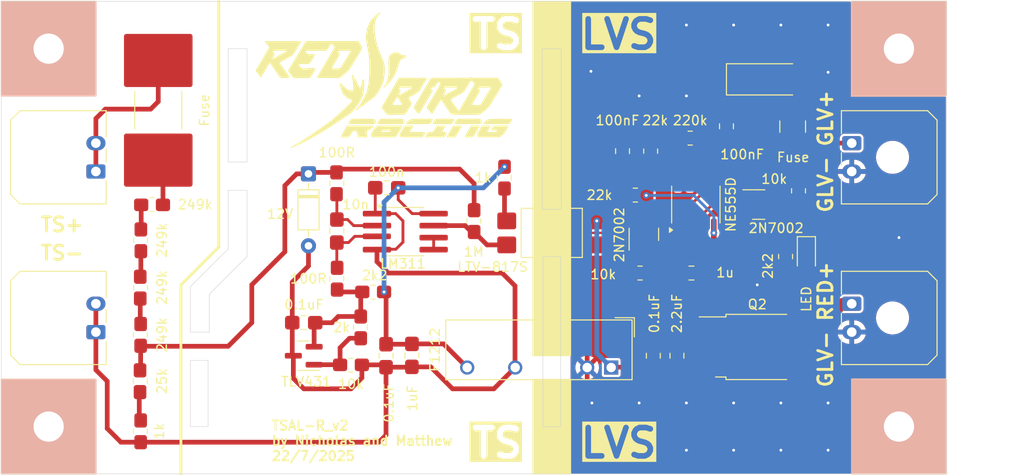
<source format=kicad_pcb>
(kicad_pcb (version 20241229) (generator "pcbnew") (generator_version "9.0")
  (layers (0 "F.Cu" signal) (2 "B.Cu" signal) (13 "F.Paste" user) (15 "B.Paste" user) (5 "F.SilkS" user "F.Silkscreen") (7 "B.SilkS" user "B.Silkscreen") (1 "F.Mask" user) (3 "B.Mask" user) (25 "Edge.Cuts" user))
  (net 0 "")
  (net 1 "GND")
  (net 2 "/Vref")
  (net 3 "Net-(LM1--)")
  (net 4 "Net-(LM1-+)")
  (net 5 "+12V")
  (net 6 "VCC")
  (net 7 "GLV-")
  (net 8 "Net-(U2-CV)")
  (net 9 "Net-(U2-THR)")
  (net 10 "/Vin")
  (net 11 "GLV+")
  (net 12 "Net-(D3-K)")
  (net 13 "/RED+")
  (net 14 "Net-(F1-Pad1)")
  (net 15 "Net-(J1-Pin_1)")
  (net 16 "Net-(LM1-Pad7)")
  (net 17 "Net-(LM1-BAL)")
  (net 18 "Net-(Q2-G)")
  (net 19 "Net-(U1-REF)")
  (net 20 "Net-(R3-Pad2)")
  (net 21 "Net-(R5-Pad2)")
  (net 22 "Net-(R6-Pad1)")
  (net 23 "Net-(R8-Pad1)")
  (net 24 "Net-(R13-Pad2)")
  (net 25 "Net-(U4-G)")
  (net 26 "Net-(U2-R)")
  (net 27 "Net-(U2-DIS)")
  (net 28 "Net-(U2-Q)")
  (net 29 "Net-(D2-A)")
  (footprint "Matthew:DCDC Converter F1212" (layer "F.Cu") (at 79.54 113.75 -90)
    (property "Reference" "U3" (hide yes))
    (property "Value" "F1212" (at -1.875 18.65 270) (layer "F.SilkS"))
    (pad "1" thru_hole rect (at 0 0 270) (size 1.5 1.5) (drill 1) (layers "*.Cu" "*.Mask") (net 6 "VCC"))
    (pad "2" thru_hole circle (at 0 2.54 270) (size 1.5 1.5) (drill 1) (layers "*.Cu" "*.Mask") (net 7 "GLV-"))
    (pad "4" thru_hole circle (at 0 10.16 270) (size 1.5 1.5) (drill 1) (layers "*.Cu" "*.Mask") (net 1 "GND"))
    (pad "6" thru_hole circle (at 0 15.24 270) (size 1.5 1.5) (drill 1) (layers "*.Cu" "*.Mask") (net 5 "+12V"))
  )
  (footprint "RMC_Capacitor:C_0805_2012Metric_Pad1.18x1.45mm_HandSolder_L" (layer "F.Cu") (at 55.7844 94.7231 180)
    (property "Reference" "C3" (hide yes))
    (property "Value" "100n" (at 0 1.68 0) (layer "F.SilkS"))
    (pad "1" smd roundrect (at -1.2156 -0.0069 180) (size 1.5312 1.4362) (layers "F.Cu" "F.Mask" "F.Paste") (roundrect_rratio 0.212766) (net 5 "+12V"))
    (pad "2" smd roundrect (at 1.2156 0 180) (size 1.5312 1.45) (layers "F.Cu" "F.Mask" "F.Paste") (roundrect_rratio 0.212766) (net 1 "GND"))
  )
  (footprint "Connector_Molex:Molex_Micro-Fit_3.0_43650-0200_1x02_P3.00mm_Horizontal" (layer "F.Cu") (at 25 110 90)
    (property "Reference" "J2" (hide yes))
    (property "Value" "Conn_01x02_Pin" (hide yes))
    (pad "" np_thru_hole circle (at 1.5 -4.32 90) (size 3 3) (drill 3) (layers "*.Cu" "*.Mask"))
    (pad "1" thru_hole roundrect (at 0 0 90) (size 1.5 2.02) (drill 1.02) (layers "*.Cu" "*.Mask") (roundrect_rratio 0.166667) (net 1 "GND"))
    (pad "2" thru_hole oval (at 3 0 90) (size 1.5 2.02) (drill 1.02) (layers "*.Cu" "*.Mask") (net 1 "GND"))
  )
  (footprint "MountingHole:MountingHole_3.2mm_M3" (layer "F.Cu") (at 110 120)
    (property "Reference" "H2" (hide yes))
    (property "Value" "MountingHole" (at 0 4.15 0) (layer "F.SilkS"))
    (pad "" np_thru_hole circle (at 0 0) (size 3.2 3.2) (drill 3.2) (layers "*.Cu" "*.Mask"))
  )
  (footprint "RMC_Resistor:R_0805_2012Metric_Pad1.20x1.40mm_HandSolder_L" (layer "F.Cu") (at 29.707103 120.5 -90)
    (property "Reference" "R9" (hide yes))
    (property "Value" "1k" (at 0 -1.9875 90) (layer "F.SilkS"))
    (pad "1" smd roundrect (at -1.1525 -0.0325 270) (size 1.505 1.335) (layers "F.Cu" "F.Mask" "F.Paste") (roundrect_rratio 0.208333) (net 23 "Net-(R8-Pad1)"))
    (pad "2" smd roundrect (at 1.1525 -0.0325 270) (size 1.505 1.335) (layers "F.Cu" "F.Mask" "F.Paste") (roundrect_rratio 0.208333) (net 1 "GND"))
  )
  (footprint "RMC_Resistor:R_0805_2012Metric_Pad1.20x1.40mm_HandSolder_L" (layer "F.Cu") (at 50.5 104.3475 -90)
    (property "Reference" "R11" (hide yes))
    (property "Value" "100R" (at 0 3 180) (layer "F.SilkS"))
    (pad "1" smd roundrect (at -1.1525 -0.0325 270) (size 1.505 1.335) (layers "F.Cu" "F.Mask" "F.Paste") (roundrect_rratio 0.208333) (net 3 "Net-(LM1--)"))
    (pad "2" smd roundrect (at 1.1525 -0.0325 270) (size 1.505 1.335) (layers "F.Cu" "F.Mask" "F.Paste") (roundrect_rratio 0.208333) (net 2 "/Vref"))
  )
  (footprint "RMC_Resistor:R_0805_2012Metric_Pad1.20x1.40mm_HandSolder_L" (layer "F.Cu") (at 83.7175 90.8475 -90)
    (property "Reference" "R16" (hide yes))
    (property "Value" "22k" (at -3.2475 -0.4825 0) (layer "F.SilkS"))
    (pad "1" smd roundrect (at -1.1525 -0.0325 270) (size 1.505 1.335) (layers "F.Cu" "F.Mask" "F.Paste") (roundrect_rratio 0.208333) (net 27 "Net-(U2-DIS)"))
    (pad "2" smd roundrect (at 1.1525 -0.0325 270) (size 1.505 1.335) (layers "F.Cu" "F.Mask" "F.Paste") (roundrect_rratio 0.208333) (net 6 "VCC"))
  )
  (footprint "Connector_Molex:Molex_Micro-Fit_3.0_43650-0200_1x02_P3.00mm_Horizontal" (layer "F.Cu") (at 105 90 -90)
    (property "Reference" "J3" (hide yes))
    (property "Value" "Conn_01x02_Pin" (hide yes))
    (pad "" np_thru_hole circle (at 1.5 -4.32 270) (size 3 3) (drill 3) (layers "*.Cu" "*.Mask"))
    (pad "1" thru_hole roundrect (at 0 0 270) (size 1.5 2.02) (drill 1.02) (layers "*.Cu" "*.Mask") (roundrect_rratio 0.166667) (net 11 "GLV+"))
    (pad "2" thru_hole oval (at 3 0 270) (size 1.5 2.02) (drill 1.02) (layers "*.Cu" "*.Mask") (net 7 "GLV-"))
  )
  (footprint "RMC_SO:SOIC-8_3.9x4.9mm_P1.27mm_RMC_Handsolder" (layer "F.Cu") (at 88.5 96.5 90)
    (property "Reference" "U2" (hide yes))
    (property "Value" "NE555D" (at 0 3.7 90) (layer "F.SilkS"))
    (pad "1" smd roundrect (at -3 -1.905 90) (size 3 0.6) (layers "F.Cu" "F.Mask" "F.Paste") (net 7 "GLV-"))
    (pad "2" smd roundrect (at -3 -0.635 90) (size 3 0.6) (layers "F.Cu" "F.Mask" "F.Paste") (net 9 "Net-(U2-THR)"))
    (pad "3" smd roundrect (at -3.0125 0.5 90) (size 2.975 0.6) (layers "F.Cu" "F.Mask" "F.Paste") (net 28 "Net-(U2-Q)"))
    (pad "4" smd roundrect (at -3 1.905 90) (size 3 0.6) (layers "F.Cu" "F.Mask" "F.Paste") (net 26 "Net-(U2-R)"))
    (pad "5" smd roundrect (at 3 1.905 90) (size 3 0.6) (layers "F.Cu" "F.Mask" "F.Paste") (net 8 "Net-(U2-CV)"))
    (pad "6" smd roundrect (at 3 0.635 90) (size 3 0.6) (layers "F.Cu" "F.Mask" "F.Paste") (net 9 "Net-(U2-THR)"))
    (pad "7" smd roundrect (at 3 -0.635 90) (size 3 0.6) (layers "F.Cu" "F.Mask" "F.Paste") (net 27 "Net-(U2-DIS)"))
    (pad "8" smd roundrect (at 3 -1.905 90) (size 3 0.6) (layers "F.Cu" "F.Mask" "F.Paste") (net 6 "VCC"))
  )
  (footprint "RMC_Capacitor:C_0805_2012Metric_Pad1.18x1.45mm_HandSolder_L" (layer "F.Cu") (at 55.7156 112.5 90)
    (property "Reference" "C9" (hide yes))
    (property "Value" "0.1uF" (at -5 0.2844 90) (layer "F.SilkS"))
    (pad "1" smd roundrect (at -1.2156 -0.0069 90) (size 1.5312 1.4362) (layers "F.Cu" "F.Mask" "F.Paste") (roundrect_rratio 0.212766) (net 1 "GND"))
    (pad "2" smd roundrect (at 1.2156 0 90) (size 1.5312 1.45) (layers "F.Cu" "F.Mask" "F.Paste") (roundrect_rratio 0.212766) (net 5 "+12V"))
  )
  (footprint "Fuse:Fuse_Littelfuse-NANO2-885" (layer "F.Cu") (at 31.6 86.525 90)
    (property "Reference" "F1" (hide yes))
    (property "Value" "Fuse" (at 0 4.9 90) (layer "F.SilkS"))
    (pad "1" smd roundrect (at -5.275 0 90) (size 5.625 7.255) (layers "F.Cu" "F.Mask" "F.Paste") (roundrect_rratio 0.04464285714) (net 14 "Net-(F1-Pad1)"))
    (pad "2" smd roundrect (at 5.275 0 90) (size 5.625 7.255) (layers "F.Cu" "F.Mask" "F.Paste") (roundrect_rratio 0.04464285714) (net 15 "Net-(J1-Pin_1)"))
  )
  (footprint "Connector_Molex:Molex_Micro-Fit_3.0_43650-0200_1x02_P3.00mm_Horizontal" (layer "F.Cu") (at 25 93 90)
    (property "Reference" "J1" (hide yes))
    (property "Value" "Conn_01x02_Pin" (hide yes))
    (pad "" np_thru_hole circle (at 1.5 -4.32 90) (size 3 3) (drill 3) (layers "*.Cu" "*.Mask"))
    (pad "1" thru_hole roundrect (at 0 0 90) (size 1.5 2.02) (drill 1.02) (layers "*.Cu" "*.Mask") (roundrect_rratio 0.166667) (net 15 "Net-(J1-Pin_1)"))
    (pad "2" thru_hole oval (at 3 0 90) (size 1.5 2.02) (drill 1.02) (layers "*.Cu" "*.Mask") (net 15 "Net-(J1-Pin_1)"))
  )
  (footprint "RMC_Capacitor:C_0805_2012Metric_Pad1.18x1.45mm_HandSolder_L" (layer "F.Cu") (at 58.4515 112.4656 90)
    (property "Reference" "C4" (hide yes))
    (property "Value" "1uF" (at -4.5344 0.0485 90) (layer "F.SilkS"))
    (pad "1" smd roundrect (at -1.2156 -0.0069 90) (size 1.5312 1.4362) (layers "F.Cu" "F.Mask" "F.Paste") (roundrect_rratio 0.212766) (net 1 "GND"))
    (pad "2" smd roundrect (at 1.2156 0 90) (size 1.5312 1.45) (layers "F.Cu" "F.Mask" "F.Paste") (roundrect_rratio 0.212766) (net 5 "+12V"))
  )
  (footprint "RMC_Capacitor:C_0805_2012Metric_Pad1.18x1.45mm_HandSolder_L" (layer "F.Cu") (at 88.0344 103.75)
    (property "Reference" "C8" (hide yes))
    (property "Value" "1u" (at 3.5656 -0.05 0) (layer "F.SilkS"))
    (pad "1" smd roundrect (at -1.2156 -0.0069) (size 1.5312 1.4362) (layers "F.Cu" "F.Mask" "F.Paste") (roundrect_rratio 0.212766) (net 7 "GLV-"))
    (pad "2" smd roundrect (at 1.2156 0) (size 1.5312 1.45) (layers "F.Cu" "F.Mask" "F.Paste") (roundrect_rratio 0.212766) (net 9 "Net-(U2-THR)"))
  )
  (footprint "RMC_Capacitor:C_0805_2012Metric_Pad1.18x1.45mm_HandSolder_L" (layer "F.Cu") (at 86.5 112.5 -90)
    (property "Reference" "C5" (hide yes))
    (property "Value" "2.2uF" (at -4.4656 0 270) (layer "F.SilkS"))
    (pad "1" smd roundrect (at -1.2156 -0.0069 270) (size 1.5312 1.4362) (layers "F.Cu" "F.Mask" "F.Paste") (roundrect_rratio 0.212766) (net 7 "GLV-"))
    (pad "2" smd roundrect (at 1.2156 0 270) (size 1.5312 1.45) (layers "F.Cu" "F.Mask" "F.Paste") (roundrect_rratio 0.212766) (net 6 "VCC"))
  )
  (footprint "MountingHole:MountingHole_3.2mm_M3" (layer "F.Cu") (at 20 80)
    (property "Reference" "H3" (hide yes))
    (property "Value" "MountingHole" (at 0 4.15 0) (layer "F.SilkS"))
    (pad "" np_thru_hole circle (at 0 0) (size 3.2 3.2) (drill 3.2) (layers "*.Cu" "*.Mask"))
  )
  (footprint "RMC_SO:SOIC-8_3.9x4.9mm_P1.27mm_RMC_Handsolder" (layer "F.Cu") (at 57.75 99.365)
    (property "Reference" "LM1" (hide yes))
    (property "Value" "LM311" (at -0.25 3.4 0) (layer "F.SilkS"))
    (pad "1" smd roundrect (at -3 -1.905) (size 3 0.6) (layers "F.Cu" "F.Mask" "F.Paste") (net 1 "GND"))
    (pad "2" smd roundrect (at -3 -0.635) (size 3 0.6) (layers "F.Cu" "F.Mask" "F.Paste") (net 4 "Net-(LM1-+)"))
    (pad "3" smd roundrect (at -3.0125 0.5) (size 2.975 0.6) (layers "F.Cu" "F.Mask" "F.Paste") (net 3 "Net-(LM1--)"))
    (pad "4" smd roundrect (at -3 1.905) (size 3 0.6) (layers "F.Cu" "F.Mask" "F.Paste") (net 1 "GND"))
    (pad "5" smd roundrect (at 3 1.905) (size 3 0.6) (layers "F.Cu" "F.Mask" "F.Paste") (net 17 "Net-(LM1-BAL)"))
    (pad "6" smd roundrect (at 3 0.635) (size 3 0.6) (layers "F.Cu" "F.Mask" "F.Paste") (net 17 "Net-(LM1-BAL)"))
    (pad "7" smd roundrect (at 3 -0.635) (size 3 0.6) (layers "F.Cu" "F.Mask" "F.Paste") (net 16 "Net-(LM1-Pad7)"))
    (pad "8" smd roundrect (at 3 -1.905) (size 3 0.6) (layers "F.Cu" "F.Mask" "F.Paste") (net 5 "+12V"))
  )
  (footprint "RMC_Capacitor:C_0805_2012Metric_Pad1.18x1.45mm_HandSolder_L" (layer "F.Cu") (at 50.5 99.3044 -90)
    (property "Reference" "C2" (hide yes))
    (property "Value" "10n" (at -2.8044 -2 180) (layer "F.SilkS"))
    (pad "1" smd roundrect (at -1.2156 -0.0069 270) (size 1.5312 1.4362) (layers "F.Cu" "F.Mask" "F.Paste") (roundrect_rratio 0.212766) (net 4 "Net-(LM1-+)"))
    (pad "2" smd roundrect (at 1.2156 0 270) (size 1.5312 1.45) (layers "F.Cu" "F.Mask" "F.Paste") (roundrect_rratio 0.212766) (net 3 "Net-(LM1--)"))
  )
  (footprint "MountingHole:MountingHole_3.2mm_M3" (layer "F.Cu") (at 110 80)
    (property "Reference" "H1" (hide yes))
    (property "Value" "MountingHole" (at 0 4.15 0) (layer "F.SilkS"))
    (pad "" np_thru_hole circle (at 0 0) (size 3.2 3.2) (drill 3.2) (layers "*.Cu" "*.Mask"))
  )
  (footprint "Fuse:Fuse_1210_3225Metric_Pad1.42x2.65mm_HandSolder" (layer "F.Cu") (at 98.75 88.25 90)
    (property "Reference" "F2" (hide yes))
    (property "Value" "Fuse" (at -3.25 0.05 180) (layer "F.SilkS"))
    (pad "1" smd roundrect (at -1.4875 0 90) (size 1.425 2.65) (layers "F.Cu" "F.Mask" "F.Paste") (roundrect_rratio 0.175439) (net 11 "GLV+"))
    (pad "2" smd roundrect (at 1.4875 0 90) (size 1.425 2.65) (layers "F.Cu" "F.Mask" "F.Paste") (roundrect_rratio 0.175439) (net 29 "Net-(D2-A)"))
  )
  (footprint "RMC_Capacitor:C_0805_2012Metric_Pad1.18x1.45mm_HandSolder_L" (layer "F.Cu") (at 80.7431 90.8475 -90)
    (property "Reference" "C6" (hide yes))
    (property "Value" "100nF" (at -3.2475 0.5431 180) (layer "F.SilkS"))
    (pad "1" smd roundrect (at -1.2156 -0.0069 270) (size 1.5312 1.4362) (layers "F.Cu" "F.Mask" "F.Paste") (roundrect_rratio 0.212766) (net 7 "GLV-"))
    (pad "2" smd roundrect (at 1.2156 0 270) (size 1.5312 1.45) (layers "F.Cu" "F.Mask" "F.Paste") (roundrect_rratio 0.212766) (net 6 "VCC"))
  )
  (footprint "RMC_Capacitor:C_0805_2012Metric_Pad1.18x1.45mm_HandSolder_L" (layer "F.Cu") (at 47 109 180)
    (property "Reference" "C1" (hide yes))
    (property "Value" "0.1uF" (at -0.0206 1.9072 0) (layer "F.SilkS"))
    (pad "1" smd roundrect (at -1.2156 -0.0069 180) (size 1.5312 1.4362) (layers "F.Cu" "F.Mask" "F.Paste") (roundrect_rratio 0.212766) (net 2 "/Vref"))
    (pad "2" smd roundrect (at 1.2156 0 180) (size 1.5312 1.45) (layers "F.Cu" "F.Mask" "F.Paste") (roundrect_rratio 0.212766) (net 1 "GND"))
  )
  (footprint "RMC_SOT:SOT-23" (layer "F.Cu") (at 47 112.5 180)
    (property "Reference" "U1" (hide yes))
    (property "Value" "TLV431" (at -0.2641 -2.75 0) (layer "F.SilkS"))
    (pad "1" smd roundrect (at -1.1 -0.95 180) (size 1.8 0.6) (layers "F.Cu" "F.Mask" "F.Paste") (net 19 "Net-(U1-REF)"))
    (pad "2" smd roundrect (at -1.1 0.95 180) (size 1.8 0.6) (layers "F.Cu" "F.Mask" "F.Paste") (net 2 "/Vref"))
    (pad "3" smd roundrect (at 1.1 0 180) (size 1.8 0.6) (layers "F.Cu" "F.Mask" "F.Paste") (net 1 "GND"))
  )
  (footprint "RMC_Resistor:R_0805_2012Metric_Pad1.20x1.40mm_HandSolder_L" (layer "F.Cu") (at 53 109.5 -90)
    (property "Reference" "R1" (hide yes))
    (property "Value" "2k" (at 0 2 0) (layer "F.SilkS"))
    (pad "1" smd roundrect (at -1.1525 -0.0325 270) (size 1.505 1.335) (layers "F.Cu" "F.Mask" "F.Paste") (roundrect_rratio 0.208333) (net 2 "/Vref"))
    (pad "2" smd roundrect (at 1.1525 -0.0325 270) (size 1.505 1.335) (layers "F.Cu" "F.Mask" "F.Paste") (roundrect_rratio 0.208333) (net 19 "Net-(U1-REF)"))
  )
  (footprint "RMC_Resistor:R_0805_2012Metric_Pad1.20x1.40mm_HandSolder_L" (layer "F.Cu") (at 65 98.25 -90)
    (property "Reference" "R12" (hide yes))
    (property "Value" "1M" (at 3.25 0 0) (layer "F.SilkS"))
    (pad "1" smd roundrect (at -1.1525 -0.0325 270) (size 1.505 1.335) (layers "F.Cu" "F.Mask" "F.Paste") (roundrect_rratio 0.208333) (net 10 "/Vin"))
    (pad "2" smd roundrect (at 1.1525 -0.0325 270) (size 1.505 1.335) (layers "F.Cu" "F.Mask" "F.Paste") (roundrect_rratio 0.208333) (net 16 "Net-(LM1-Pad7)"))
  )
  (footprint "RMC_Resistor:R_0805_2012Metric_Pad1.20x1.40mm_HandSolder_L" (layer "F.Cu") (at 29.7275 100.285 -90)
    (property "Reference" "R5" (hide yes))
    (property "Value" "249k" (at 0 -2.2725 90) (layer "F.SilkS"))
    (pad "1" smd roundrect (at -1.1525 -0.0325 270) (size 1.505 1.335) (layers "F.Cu" "F.Mask" "F.Paste") (roundrect_rratio 0.208333) (net 20 "Net-(R3-Pad2)"))
    (pad "2" smd roundrect (at 1.1525 -0.0325 270) (size 1.505 1.335) (layers "F.Cu" "F.Mask" "F.Paste") (roundrect_rratio 0.208333) (net 21 "Net-(R5-Pad2)"))
  )
  (footprint "RMC_Resistor:R_0805_2012Metric_Pad1.20x1.40mm_HandSolder_L" (layer "F.Cu") (at 50.5 94.25 90)
    (property "Reference" "R10" (hide yes))
    (property "Value" "100R" (at 3.25 0 180) (layer "F.SilkS"))
    (pad "1" smd roundrect (at -1.1525 -0.0325 90) (size 1.505 1.335) (layers "F.Cu" "F.Mask" "F.Paste") (roundrect_rratio 0.208333) (net 4 "Net-(LM1-+)"))
    (pad "2" smd roundrect (at 1.1525 -0.0325 90) (size 1.505 1.335) (layers "F.Cu" "F.Mask" "F.Paste") (roundrect_rratio 0.208333) (net 10 "/Vin"))
  )
  (footprint "Diode_THT:D_DO-35_SOD27_P7.62mm_Horizontal" (layer "F.Cu") (at 47.5 93.25 -90)
    (property "Reference" "D1" (hide yes))
    (property "Value" "12V" (at 4.25 3 180) (layer "F.SilkS"))
    (pad "1" thru_hole roundrect (at 0 0 270) (size 1.6 1.6) (drill 0.8) (layers "*.Cu" "*.Mask") (roundrect_rratio 0.15625) (net 10 "/Vin"))
    (pad "2" thru_hole circle (at 7.62 0 270) (size 1.6 1.6) (drill 0.8) (layers "*.Cu" "*.Mask") (net 1 "GND"))
  )
  (footprint "RMC_Resistor:R_0805_2012Metric_Pad1.20x1.40mm_HandSolder_L" (layer "F.Cu") (at 54.3475 105.7825)
    (property "Reference" "R4" (hide yes))
    (property "Value" "2k2" (at 0.1525 -1.7825 0) (layer "F.SilkS"))
    (pad "1" smd roundrect (at -1.1525 -0.0325) (size 1.505 1.335) (layers "F.Cu" "F.Mask" "F.Paste") (roundrect_rratio 0.208333) (net 2 "/Vref"))
    (pad "2" smd roundrect (at 1.1525 -0.0325) (size 1.505 1.335) (layers "F.Cu" "F.Mask" "F.Paste") (roundrect_rratio 0.208333) (net 5 "+12V"))
  )
  (footprint "MountingHole:MountingHole_3.2mm_M3" (layer "F.Cu") (at 20 120)
    (property "Reference" "H4" (hide yes))
    (property "Value" "MountingHole" (at 0 4.15 0) (layer "F.SilkS"))
    (pad "" np_thru_hole circle (at 0 0) (size 3.2 3.2) (drill 3.2) (layers "*.Cu" "*.Mask"))
  )
  (footprint "RMC_SOT:SOT-23" (layer "F.Cu") (at 95.15 96.5)
    (property "Reference" "U5" (hide yes))
    (property "Value" "2N7002" (at 1.85 2.5 0) (layer "F.SilkS"))
    (pad "1" smd roundrect (at -1.1 -0.95) (size 1.8 0.6) (layers "F.Cu" "F.Mask" "F.Paste") (net 28 "Net-(U2-Q)"))
    (pad "2" smd roundrect (at -1.1 0.95) (size 1.8 0.6) (layers "F.Cu" "F.Mask" "F.Paste") (net 7 "GLV-"))
    (pad "3" smd roundrect (at 1.1 0) (size 1.8 0.6) (layers "F.Cu" "F.Mask" "F.Paste") (net 18 "Net-(Q2-G)"))
  )
  (footprint "RMC_Resistor:R_0805_2012Metric_Pad1.20x1.40mm_HandSolder_L" (layer "F.Cu") (at 98 102 -90)
    (property "Reference" "R19" (hide yes))
    (property "Value" "2k2" (at 1 1.8675 90) (layer "F.SilkS"))
    (pad "1" smd roundrect (at -1.1525 -0.0325 270) (size 1.505 1.335) (layers "F.Cu" "F.Mask" "F.Paste") (roundrect_rratio 0.208333) (net 12 "Net-(D3-K)"))
    (pad "2" smd roundrect (at 1.1525 -0.0325 270) (size 1.505 1.335) (layers "F.Cu" "F.Mask" "F.Paste") (roundrect_rratio 0.208333) (net 7 "GLV-"))
  )
  (footprint "RMC_Resistor:R_0805_2012Metric_Pad1.20x1.40mm_HandSolder_L" (layer "F.Cu") (at 82.0975 95.5 180)
    (property "Reference" "R15" (hide yes))
    (property "Value" "22k" (at 3.7975 0 0) (layer "F.SilkS"))
    (pad "1" smd roundrect (at -1.1525 -0.0325 180) (size 1.505 1.335) (layers "F.Cu" "F.Mask" "F.Paste") (roundrect_rratio 0.208333) (net 26 "Net-(U2-R)"))
    (pad "2" smd roundrect (at 1.1525 -0.0325 180) (size 1.505 1.335) (layers "F.Cu" "F.Mask" "F.Paste") (roundrect_rratio 0.208333) (net 6 "VCC"))
  )
  (footprint "RMC_TO:TO-252-2" (layer "F.Cu") (at 95 111.5725)
    (property "Reference" "Q2" (at 0 -4.5 0) (layer "F.SilkS"))
    (property "Value" "NCE60P04R")
    (pad "1" smd roundrect (at -5.42 -2.28) (size 2.96 1.2) (layers "F.Cu" "F.Mask" "F.Paste") (roundrect_rratio 0.208333) (net 18 "Net-(Q2-G)"))
    (pad "2" smd roundrect (at 2.28 0) (size 10.44 5.8) (layers "F.Cu" "F.Mask") (roundrect_rratio 0) (chamfer_ratio 0.2) (chamfer top_right bottom_right) (net 13 "/RED+"))
    (pad "3" smd roundrect (at -5.42 2.28) (size 2.96 1.2) (layers "F.Cu" "F.Mask" "F.Paste") (roundrect_rratio 0.208333) (net 6 "VCC"))
  )
  (footprint "Material:29x15" (layer "F.Cu") (at 55.75 83.25)
    (property "Reference" "G***" (hide yes))
    (property "Value" "LOGO" (hide yes))
  )
  (footprint "Diode_SMD:D_SMA_Handsoldering" (layer "F.Cu") (at 96.25 83.25)
    (property "Reference" "D2" (hide yes))
    (property "Value" "D" (hide yes))
    (pad "1" smd roundrect (at -2.5 0) (size 3.5 1.8) (layers "F.Cu" "F.Mask" "F.Paste") (roundrect_rratio 0.1388888889) (net 6 "VCC"))
    (pad "2" smd roundrect (at 2.5 0) (size 3.5 1.8) (layers "F.Cu" "F.Mask" "F.Paste") (roundrect_rratio 0.1388888889) (net 29 "Net-(D2-A)"))
  )
  (footprint "RMC_Resistor:R_0805_2012Metric_Pad1.20x1.40mm_HandSolder_L" (layer "F.Cu") (at 87.9025 89.4675 180)
    (property "Reference" "R17" (hide yes))
    (property "Value" "220k" (at 0.0025 1.8675 0) (layer "F.SilkS"))
    (pad "1" smd roundrect (at -1.1525 -0.0325 180) (size 1.505 1.335) (layers "F.Cu" "F.Mask" "F.Paste") (roundrect_rratio 0.208333) (net 9 "Net-(U2-THR)"))
    (pad "2" smd roundrect (at 1.1525 -0.0325 180) (size 1.505 1.335) (layers "F.Cu" "F.Mask" "F.Paste") (roundrect_rratio 0.208333) (net 27 "Net-(U2-DIS)"))
  )
  (footprint "RMC_Resistor:R_0805_2012Metric_Pad1.20x1.40mm_HandSolder_L" (layer "F.Cu") (at 29.7275 105.295 90)
    (property "Reference" "R6" (hide yes))
    (property "Value" "249k" (at 0 2.2725 90) (layer "F.SilkS"))
    (pad "1" smd roundrect (at -1.1525 -0.0325 90) (size 1.505 1.335) (layers "F.Cu" "F.Mask" "F.Paste") (roundrect_rratio 0.208333) (net 22 "Net-(R6-Pad1)"))
    (pad "2" smd roundrect (at 1.1525 -0.0325 90) (size 1.505 1.335) (layers "F.Cu" "F.Mask" "F.Paste") (roundrect_rratio 0.208333) (net 21 "Net-(R5-Pad2)"))
  )
  (footprint "RMC_Resistor:R_0805_2012Metric_Pad1.20x1.40mm_HandSolder_L" (layer "F.Cu") (at 29.705 110.295 -90)
    (property "Reference" "R7" (hide yes))
    (property "Value" "249k" (at 0 -2.295 90) (layer "F.SilkS"))
    (pad "1" smd roundrect (at -1.1525 -0.0325 270) (size 1.505 1.335) (layers "F.Cu" "F.Mask" "F.Paste") (roundrect_rratio 0.208333) (net 22 "Net-(R6-Pad1)"))
    (pad "2" smd roundrect (at 1.1525 -0.0325 270) (size 1.505 1.335) (layers "F.Cu" "F.Mask" "F.Paste") (roundrect_rratio 0.208333) (net 10 "/Vin"))
  )
  (footprint "RMC_SOT:SOT-23" (layer "F.Cu") (at 83 99.65 90)
    (property "Reference" "U4" (hide yes))
    (property "Value" "2N7002" (at -0.05 -2.6 90) (layer "F.SilkS"))
    (pad "1" smd roundrect (at -1.1 -0.95 90) (size 1.8 0.6) (layers "F.Cu" "F.Mask" "F.Paste") (net 25 "Net-(U4-G)"))
    (pad "2" smd roundrect (at -1.1 0.95 90) (size 1.8 0.6) (layers "F.Cu" "F.Mask" "F.Paste") (net 7 "GLV-"))
    (pad "3" smd roundrect (at 1.1 0 90) (size 1.8 0.6) (layers "F.Cu" "F.Mask" "F.Paste") (net 26 "Net-(U2-R)"))
  )
  (footprint "Package_DIP:SMDIP-4_W9.53mm" (layer "F.Cu") (at 73.25 99.5)
    (property "Reference" "U7" (hide yes))
    (property "Value" "LTV-817S" (at -6.25 3.6 0) (layer "F.SilkS"))
    (pad "1" smd roundrect (at -4.765 -1.27) (size 2 1.78) (layers "F.Cu" "F.Mask" "F.Paste") (roundrect_rratio 0.140449) (net 24 "Net-(R13-Pad2)"))
    (pad "2" smd roundrect (at -4.765 1.27) (size 2 1.78) (layers "F.Cu" "F.Mask" "F.Paste") (roundrect_rratio 0.140449) (net 16 "Net-(LM1-Pad7)"))
    (pad "3" smd roundrect (at 4.765 1.27) (size 2 1.78) (layers "F.Cu" "F.Mask" "F.Paste") (roundrect_rratio 0.140449) (net 25 "Net-(U4-G)"))
    (pad "4" smd roundrect (at 4.765 -1.27) (size 2 1.78) (layers "F.Cu" "F.Mask" "F.Paste") (roundrect_rratio 0.140449) (net 6 "VCC"))
  )
  (footprint "RMC_Resistor:R_0805_2012Metric_Pad1.20x1.40mm_HandSolder_L" (layer "F.Cu") (at 99.3675 95.0475 -90)
    (property "Reference" "R20" (hide yes))
    (property "Value" "10k" (at -1.2475 2.5675 180) (layer "F.SilkS"))
    (pad "1" smd roundrect (at -1.1525 -0.0325 270) (size 1.505 1.335) (layers "F.Cu" "F.Mask" "F.Paste") (roundrect_rratio 0.208333) (net 6 "VCC"))
    (pad "2" smd roundrect (at 1.1525 -0.0325 270) (size 1.505 1.335) (layers "F.Cu" "F.Mask" "F.Paste") (roundrect_rratio 0.208333) (net 18 "Net-(Q2-G)"))
  )
  (footprint "RMC_Resistor:R_0805_2012Metric_Pad1.20x1.40mm_HandSolder_L" (layer "F.Cu") (at 29.705 115.1975 90)
    (property "Reference" "R8" (hide yes))
    (property "Value" "25k" (at 0 2.295 90) (layer "F.SilkS"))
    (pad "1" smd roundrect (at -1.1525 -0.0325 90) (size 1.505 1.335) (layers "F.Cu" "F.Mask" "F.Paste") (roundrect_rratio 0.208333) (net 23 "Net-(R8-Pad1)"))
    (pad "2" smd roundrect (at 1.1525 -0.0325 90) (size 1.505 1.335) (layers "F.Cu" "F.Mask" "F.Paste") (roundrect_rratio 0.208333) (net 10 "/Vin"))
  )
  (footprint "RMC_Resistor:R_0805_2012Metric_Pad1.20x1.40mm_HandSolder_L" (layer "F.Cu") (at 68.2175 93.6525 -90)
    (property "Reference" "R13" (hide yes))
    (property "Value" "1k" (at 0 2.2175 0) (layer "F.SilkS"))
    (pad "1" smd roundrect (at -1.1525 -0.0325 270) (size 1.505 1.335) (layers "F.Cu" "F.Mask" "F.Paste") (roundrect_rratio 0.208333) (net 5 "+12V"))
    (pad "2" smd roundrect (at 1.1525 -0.0325 270) (size 1.505 1.335) (layers "F.Cu" "F.Mask" "F.Paste") (roundrect_rratio 0.208333) (net 24 "Net-(R13-Pad2)"))
  )
  (footprint "RMC_Resistor:R_0805_2012Metric_Pad1.20x1.40mm_HandSolder_L" (layer "F.Cu") (at 30.9475 96.5 180)
    (property "Reference" "R3" (hide yes))
    (property "Value" "249k" (at -4.5525 0 0) (layer "F.SilkS"))
    (pad "1" smd roundrect (at -1.1525 -0.0325 180) (size 1.505 1.335) (layers "F.Cu" "F.Mask" "F.Paste") (roundrect_rratio 0.208333) (net 14 "Net-(F1-Pad1)"))
    (pad "2" smd roundrect (at 1.1525 -0.0325 180) (size 1.505 1.335) (layers "F.Cu" "F.Mask" "F.Paste") (roundrect_rratio 0.208333) (net 20 "Net-(R3-Pad2)"))
  )
  (footprint "RMC_Capacitor:C_0805_2012Metric_Pad1.18x1.45mm_HandSolder_L" (layer "F.Cu") (at 91.7431 88.2156 -90)
    (property "Reference" "C7" (hide yes))
    (property "Value" "100nF" (at 2.9844 -1.6569 180) (layer "F.SilkS"))
    (pad "1" smd roundrect (at -1.2156 -0.0069 270) (size 1.5312 1.4362) (layers "F.Cu" "F.Mask" "F.Paste") (roundrect_rratio 0.212766) (net 7 "GLV-"))
    (pad "2" smd roundrect (at 1.2156 0 270) (size 1.5312 1.45) (layers "F.Cu" "F.Mask" "F.Paste") (roundrect_rratio 0.212766) (net 8 "Net-(U2-CV)"))
  )
  (footprint "RMC_Resistor:R_0805_2012Metric_Pad1.20x1.40mm_HandSolder_L" (layer "F.Cu") (at 82.5975 103.75)
    (property "Reference" "R14" (hide yes))
    (property "Value" "10k" (at -3.9 0.15 0) (layer "F.SilkS"))
    (pad "1" smd roundrect (at -1.1525 -0.0325) (size 1.505 1.335) (layers "F.Cu" "F.Mask" "F.Paste") (roundrect_rratio 0.208333) (net 25 "Net-(U4-G)"))
    (pad "2" smd roundrect (at 1.1525 -0.0325) (size 1.505 1.335) (layers "F.Cu" "F.Mask" "F.Paste") (roundrect_rratio 0.208333) (net 7 "GLV-"))
  )
  (footprint "RMC_LED:LED_0805_2012Metric_Pad1.45x1.40mm_HandSolder" (layer "F.Cu") (at 100.2 102 -90)
    (property "Reference" "D3" (hide yes))
    (property "Value" "LED" (at 4.5 0 90) (layer "F.SilkS"))
    (pad "1" smd roundrect (at -1.175 0 270) (size 1.45 1.4) (layers "F.Cu" "F.Mask" "F.Paste") (roundrect_rratio 0.2173913043) (net 12 "Net-(D3-K)"))
    (pad "2" smd roundrect (at 1.175 0 270) (size 1.45 1.4) (layers "F.Cu" "F.Mask" "F.Paste") (roundrect_rratio 0.2173913043) (net 13 "/RED+"))
  )
  (footprint "Connector_Molex:Molex_Micro-Fit_3.0_43650-0200_1x02_P3.00mm_Horizontal" (layer "F.Cu") (at 105 107 -90)
    (property "Reference" "J4" (hide yes))
    (property "Value" "Conn_01x02_Pin" (hide yes))
    (pad "" np_thru_hole circle (at 1.5 -4.32 270) (size 3 3) (drill 3) (layers "*.Cu" "*.Mask"))
    (pad "1" thru_hole roundrect (at 0 0 270) (size 1.5 2.02) (drill 1.02) (layers "*.Cu" "*.Mask") (roundrect_rratio 0.166667) (net 13 "/RED+"))
    (pad "2" thru_hole oval (at 3 0 270) (size 1.5 2.02) (drill 1.02) (layers "*.Cu" "*.Mask") (net 7 "GLV-"))
  )
  (footprint "RMC_Capacitor:C_0805_2012Metric_Pad1.18x1.45mm_HandSolder_L" (layer "F.Cu") (at 84 112.5 -90)
    (property "Reference" "C10" (hide yes))
    (property "Value" "0.1uF" (at -4.4656 -0.1 270) (layer "F.SilkS"))
    (pad "1" smd roundrect (at -1.2156 -0.0069 270) (size 1.5312 1.4362) (layers "F.Cu" "F.Mask" "F.Paste") (roundrect_rratio 0.212766) (net 7 "GLV-"))
    (pad "2" smd roundrect (at 1.2156 0 270) (size 1.5312 1.45) (layers "F.Cu" "F.Mask" "F.Paste") (roundrect_rratio 0.212766) (net 6 "VCC"))
  )
  (footprint "RMC_Resistor:R_0805_2012Metric_Pad1.20x1.40mm_HandSolder_L" (layer "F.Cu") (at 52 113.5)
    (property "Reference" "R2" (hide yes))
    (property "Value" "10k" (at 0 2 0) (layer "F.SilkS"))
    (pad "1" smd roundrect (at -1.1525 -0.0325) (size 1.505 1.335) (layers "F.Cu" "F.Mask" "F.Paste") (roundrect_rratio 0.208333) (net 19 "Net-(U1-REF)"))
    (pad "2" smd roundrect (at 1.1525 -0.0325) (size 1.505 1.335) (layers "F.Cu" "F.Mask" "F.Paste") (roundrect_rratio 0.208333) (net 1 "GND"))
  )
  (gr_rect (start 71.25 75) (end 75.25 112.5) (stroke (width 0.1)) (fill yes) (layer "F.SilkS"))
  (gr_line (start 38 101) (end 34 105) (stroke (width 0.3)) (layer "F.SilkS"))
  (gr_line (start 34 105) (end 34 125) (stroke (width 0.3)) (layer "F.SilkS"))
  (gr_line (start 38 75) (end 38 101) (stroke (width 0.3)) (layer "F.SilkS"))
  (gr_rect (start 15 115) (end 25 125) (stroke (width 0.12)) (fill yes) (layer "F.SilkS"))
  (gr_rect (start 15 75) (end 25 85) (stroke (width 0.12)) (fill yes) (layer "F.SilkS"))
  (gr_rect (start 105 115) (end 115 125) (stroke (width 0.12)) (fill yes) (layer "F.SilkS"))
  (gr_rect (start 105 75) (end 115 85) (stroke (width 0.12)) (fill yes) (layer "F.SilkS"))
  (gr_rect (start 71.25 115) (end 75.25 125) (stroke (width 0.1)) (fill yes) (layer "F.SilkS"))
  (gr_rect (start 105 75) (end 115 85) (stroke (width 0.12)) (fill yes) (layer "B.SilkS"))
  (gr_rect (start 15 115) (end 25 125) (stroke (width 0.12)) (fill yes) (layer "B.SilkS"))
  (gr_rect (start 105 115) (end 115 125) (stroke (width 0.12)) (fill yes) (layer "B.SilkS"))
  (gr_rect (start 15 75) (end 25 85) (stroke (width 0.12)) (fill yes) (layer "B.SilkS"))
  (gr_line (start 37 106) (end 41 102) (stroke (width 0.05)) (layer "Edge.Cuts"))
  (gr_rect (start 72.25 80) (end 74.25 97) (stroke (width 0.05)) (fill no) (layer "Edge.Cuts"))
  (gr_line (start 41 95) (end 39 95) (stroke (width 0.05)) (layer "Edge.Cuts"))
  (gr_line (start 35 110) (end 37 110) (stroke (width 0.05)) (layer "Edge.Cuts"))
  (gr_rect (start 35 113) (end 36.875 120) (stroke (width 0.05)) (fill no) (layer "Edge.Cuts"))
  (gr_line (start 41 102) (end 41 95) (stroke (width 0.05)) (layer "Edge.Cuts"))
  (gr_rect (start 39 80) (end 41 92) (stroke (width 0.05)) (fill no) (layer "Edge.Cuts"))
  (gr_rect (start 72.3125 102) (end 74.1875 120) (stroke (width 0.05)) (fill no) (layer "Edge.Cuts"))
  (gr_line (start 39 95) (end 39 101.2) (stroke (width 0.05)) (layer "Edge.Cuts"))
  (gr_line (start 39 101.2) (end 35 105.2) (stroke (width 0.05)) (layer "Edge.Cuts"))
  (gr_line (start 37 110) (end 37 106) (stroke (width 0.05)) (layer "Edge.Cuts"))
  (gr_rect (start 15 75) (end 115 125) (stroke (width 0.05)) (fill no) (layer "Edge.Cuts"))
  (gr_line (start 35 105.2) (end 35 110) (stroke (width 0.05)) (layer "Edge.Cuts"))
  (gr_text "TS" (at 64.5 123.5 0) (layer "F.SilkS" knockout) (effects (font (size 3 3) (thickness 0.6) (bold yes)) (justify left bottom)))
  (gr_text "GLV- RED+" (at 103.1 116 90) (layer "F.SilkS") (effects (font (size 1.5 1.5) (thickness 0.3) (bold yes)) (justify left bottom)))
  (gr_text "TS+" (at 19 99.5 0) (layer "F.SilkS") (effects (font (size 1.5 1.5) (thickness 0.3) (bold yes)) (justify left bottom)))
  (gr_text "LVS" (at 76 123.5 0) (layer "F.SilkS" knockout) (effects (font (size 3 3) (thickness 0.6) (bold yes)) (justify left bottom)))
  (gr_text "LVS" (at 76 80.25 0) (layer "F.SilkS" knockout) (effects (font (size 3 3) (thickness 0.6) (bold yes)) (justify left bottom)))
  (gr_text "GLV- GLV+" (at 103.1 97.5 90) (layer "F.SilkS") (effects (font (size 1.5 1.5) (thickness 0.3) (bold yes)) (justify left bottom)))
  (gr_text "TS-" (at 19 102.5 0) (layer "F.SilkS") (effects (font (size 1.5 1.5) (thickness 0.3) (bold yes)) (justify left bottom)))
  (gr_text "TSAL-R_v2\nby Nicholas and Matthew\n22/7/2025" (at 43.5 123.7 0) (layer "F.SilkS") (effects (font (size 1 1) (thickness 0.2) (bold yes)) (justify left bottom)))
  (gr_text "TS" (at 64.5 80.25 0) (layer "F.SilkS" knockout) (effects (font (size 3 3) (thickness 0.6) (bold yes)) (justify left bottom)))
  (segment (start 55.95 103.75) (end 68 103.75) (width 0.5) (layer "F.Cu") (net 1))
  (segment (start 69.36 113.73) (end 69.38 113.75) (width 0.5) (layer "F.Cu") (net 1))
  (segment (start 69.38 113.75) (end 67.13 116) (width 0.5) (layer "F.Cu") (net 1))
  (segment (start 57.5 100.48) (end 57.5 98.23) (width 0.3) (layer "F.Cu") (net 1))
  (segment (start 45.9 112.5) (end 45.9 114.9) (width 0.5) (layer "F.Cu") (net 1))
  (segment (start 26.2 120.2) (end 27.6525 121.6525) (width 0.5) (layer "F.Cu") (net 1))
  (segment (start 47.5 100.87) (end 47.5 103) (width 0.5) (layer "F.Cu") (net 1))
  (segment (start 55.7087 120.8913) (end 55.7087 113.7156) (width 0.5) (layer "F.Cu") (net 1))
  (segment (start 25 107) (end 25 110) (width 0.5) (layer "F.Cu") (net 1))
  (segment (start 55.4606 113.4675) (end 55.7087 113.7156) (width 0.5) (layer "F.Cu") (net 1))
  (segment (start 27.6525 121.6525) (end 29.739603 121.6525) (width 0.5) (layer "F.Cu") (net 1))
  (segment (start 56.75 101.23) (end 57.5 100.48) (width 0.3) (layer "F.Cu") (net 1))
  (segment (start 54.75 102.55) (end 55.95 103.75) (width 0.5) (layer "F.Cu") (net 1))
  (segment (start 58.4102 113.7156) (end 58.4446 113.6812) (width 0.5) (layer "F.Cu") (net 1))
  (segment (start 45.9 114.9) (end 47 116) (width 0.5) (layer "F.Cu") (net 1))
  (segment (start 54.5688 97.2788) (end 54.75 97.46) (width 0.3) (layer "F.Cu") (net 1))
  (segment (start 54.79 101.23) (end 56.75 101.23) (width 0.3) (layer "F.Cu") (net 1))
  (segment (start 47 116) (end 52 116) (width 0.5) (layer "F.Cu") (net 1))
  (segment (start 25 114) (end 26.2 115.2) (width 0.5) (layer "F.Cu") (net 1))
  (segment (start 68 103.75) (end 69.36 105.11) (width 0.5) (layer "F.Cu") (net 1))
  (segment (start 55.6743 113.75) (end 55.7087 113.7156) (width 0.5) (layer "F.Cu") (net 1))
  (segment (start 26.2 115.2) (end 26.2 120.2) (width 0.5) (layer "F.Cu") (net 1))
  (segment (start 55.7087 113.7156) (end 58.4102 113.7156) (width 0.5) (layer "F.Cu") (net 1))
  (segment (start 53.1525 114.8475) (end 53.1525 113.4675) (width 0.5) (layer "F.Cu") (net 1))
  (segment (start 60.4312 113.6812) (end 58.4446 113.6812) (width 0.5) (layer "F.Cu") (net 1))
  (segment (start 45.7844 112.3844) (end 45.9 112.5) (width 0.5) (layer "F.Cu") (net 1))
  (segment (start 62.75 116) (end 60.4312 113.6812) (width 0.5) (layer "F.Cu") (net 1))
  (segment (start 54.75 101.27) (end 54.79 101.23) (width 0.3) (layer "F.Cu") (net 1))
  (segment (start 52 116) (end 53.1525 114.8475) (width 0.5) (layer "F.Cu") (net 1))
  (segment (start 69.36 105.11) (end 69.36 113.73) (width 0.5) (layer "F.Cu") (net 1))
  (segment (start 53.1525 113.4675) (end 55.4606 113.4675) (width 0.5) (layer "F.Cu") (net 1))
  (segment (start 54.75 101.27) (end 54.75 102.55) (width 0.5) (layer "F.Cu") (net 1))
  (segment (start 57.5 98.23) (end 56.73 97.46) (width 0.3) (layer "F.Cu") (net 1))
  (segment (start 25 110) (end 25 114) (width 0.5) (layer "F.Cu") (net 1))
  (segment (start 54.5688 94.7231) (end 54.5688 97.2788) (width 0.3) (layer "F.Cu") (net 1))
  (segment (start 45.7844 109) (end 45.7844 112.3844) (width 0.5) (layer "F.Cu") (net 1))
  (segment (start 29.739603 121.6525) (end 54.9475 121.6525) (width 0.5) (layer "F.Cu") (net 1))
  (segment (start 54.9475 121.6525) (end 55.7087 120.8913) (width 0.5) (layer "F.Cu") (net 1))
  (segment (start 45.7844 109) (end 45.7844 104.7156) (width 0.5) (layer "F.Cu") (net 1))
  (segment (start 67.13 116) (end 62.75 116) (width 0.5) (layer "F.Cu") (net 1))
  (segment (start 56.73 97.46) (end 54.75 97.46) (width 0.3) (layer "F.Cu") (net 1))
  (segment (start 45.7844 104.7156) (end 47.5 103) (width 0.5) (layer "F.Cu") (net 1))
  (segment (start 48.2156 109.0069) (end 49.9931 109.0069) (width 0.5) (layer "F.Cu") (net 2))
  (segment (start 53.0325 108.3475) (end 50.6525 108.3475) (width 0.5) (layer "F.Cu") (net 2))
  (segment (start 48.1 111.55) (end 48.1 109.1225) (width 0.5) (layer "F.Cu") (net 2))
  (segment (start 53.195 105.75) (end 50.75 105.75) (width 0.5) (layer "F.Cu") (net 2))
  (segment (start 50.6525 108.3475) (end 49.9931 109.0069) (width 0.5) (layer "F.Cu") (net 2))
  (segment (start 53.0325 108.3475) (end 53.0325 105.9125) (width 0.5) (layer "F.Cu") (net 2))
  (segment (start 53.0325 105.9125) (end 53.195 105.75) (width 0.5) (layer "F.Cu") (net 2))
  (segment (start 50.75 105.75) (end 50.5 105.5) (width 0.3) (layer "F.Cu") (net 2))
  (segment (start 48.1 109.1225) (end 48.2156 109.0069) (width 0.5) (layer "F.Cu") (net 2))
  (segment (start 52.3994 99.865) (end 51.7444 100.52) (width 0.3) (layer "F.Cu") (net 3))
  (segment (start 54.7375 99.865) (end 52.3994 99.865) (width 0.3) (layer "F.Cu") (net 3))
  (segment (start 51.7444 100.52) (end 50.5 100.52) (width 0.3) (layer "F.Cu") (net 3))
  (segment (start 50.5 103.195) (end 50.5 100.52) (width 0.3) (layer "F.Cu") (net 3))
  (segment (start 52.2844 98.73) (end 54.75 98.73) (width 0.3) (layer "F.Cu") (net 4))
  (segment (start 50.5069 98.0888) (end 50.5069 95.4419) (width 0.3) (layer "F.Cu") (net 4))
  (segment (start 50.5069 98.0888) (end 51.6432 98.0888) (width 0.3) (layer "F.Cu") (net 4))
  (segment (start 51.6432 98.0888) (end 52.2844 98.73) (width 0.3) (layer "F.Cu") (net 4))
  (segment (start 50.5069 95.4419) (end 50.4675 95.4025) (width 0.3) (layer "F.Cu") (net 4))
  (segment (start 61.8 111.25) (end 64.3 113.75) (width 0.5) (layer "F.Cu") (net 5))
  (segment (start 58.4171 111.2844) (end 58.4515 111.25) (width 0.5) (layer "F.Cu") (net 5))
  (segment (start 55.7156 105.9656) (end 55.5 105.75) (width 0.5) (layer "F.Cu") (net 5))
  (segment (start 57 95.98) (end 57 94.73) (width 0.3) (layer "F.Cu") (net 5))
  (segment (start 55.7156 111.2844) (end 58.4171 111.2844) (width 0.5) (layer "F.Cu") (net 5))
  (segment (start 55.7156 111.2844) (end 55.7156 105.9656) (width 0.5) (layer "F.Cu") (net 5))
  (segment (start 58.4515 111.25) (end 61.8 111.25) (width 0.5) (layer "F.Cu") (net 5))
  (segment (start 58.48 97.46) (end 57 95.98) (width 0.3) (layer "F.Cu") (net 5))
  (segment (start 60.75 97.46) (end 58.48 97.46) (width 0.3) (layer "F.Cu") (net 5))
  (via (at 57 94.73) (size 0.7) (drill 0.3) (layers "F.Cu" "B.Cu") (net 5))
  (via (at 68.25 92.5) (size 0.7) (drill 0.3) (layers "F.Cu" "B.Cu") (net 5))
  (via (at 55.5 105.75) (size 0.7) (drill 0.3) (layers "F.Cu" "B.Cu") (net 5))
  (segment (start 66.02 94.73) (end 57 94.73) (width 0.5) (layer "B.Cu") (net 5))
  (segment (start 55.5 96.23) (end 55.5 105.75) (width 0.5) (layer "B.Cu") (net 5))
  (segment (start 57 94.73) (end 55.5 96.23) (width 0.5) (layer "B.Cu") (net 5))
  (segment (start 68.25 92.5) (end 66.02 94.73) (width 0.5) (layer "B.Cu") (net 5))
  (segment (start 81.3475 95.5325) (end 80.85 95.035) (width 0.5) (layer "F.Cu") (net 6))
  (segment (start 80.85 95.035) (end 80.85 92.17) (width 0.5) (layer "F.Cu") (net 6))
  (segment (start 99.4 93.895) (end 94.895 93.895) (width 0.5) (layer "F.Cu") (net 6))
  (segment (start 78.015 84.785) (end 79.55 83.25) (width 0.5) (layer "F.Cu") (net 6))
  (segment (start 93.8 92.8) (end 93.8 83.3) (width 0.5) (layer "F.Cu") (net 6))
  (segment (start 79.5744 113.7156) (end 86.5 113.7156) (width 0.5) (layer "F.Cu") (net 6))
  (segment (start 86.5 113.7156) (end 86.6369 113.8525) (width 0.5) (layer "F.Cu") (net 6))
  (segment (start 80.945 97.555) (end 80.27 98.23) (width 0.5) (layer "F.Cu") (net 6))
  (segment (start 80.27 98.23) (end 78.015 98.23) (width 0.5) (layer "F.Cu") (net 6))
  (segment (start 80.85 92.17) (end 80.7431 92.0631) (width 0.5) (layer "F.Cu") (net 6))
  (segment (start 86.595 93.5) (end 85.75 93.5) (width 0.5) (layer "F.Cu") (net 6))
  (segment (start 80.945 95.5325) (end 80.945 97.555) (width 0.5) (layer "F.Cu") (net 6))
  (segment (start 79.55 83.25) (end 93.75 83.25) (width 0.5) (layer "F.Cu") (net 6))
  (segment (start 79.54 113.75) (end 79.5744 113.7156) (width 0.5) (layer "F.Cu") (net 6))
  (segment (start 83.75 92) (end 80.8062 92) (width 0.5) (layer "F.Cu") (net 6))
  (segment (start 85.75 93.5) (end 84.25 92) (width 0.5) (layer "F.Cu") (net 6))
  (segment (start 93.8 83.3) (end 93.75 83.25) (width 0.5) (layer "F.Cu") (net 6))
  (segment (start 81.3475 95.5325) (end 80.95 95.135) (width 0.5) (layer "F.Cu") (net 6))
  (segment (start 78.015 98.23) (end 78.015 84.785) (width 0.5) (layer "F.Cu") (net 6))
  (segment (start 84.25 92) (end 83.75 92) (width 0.5) (layer "F.Cu") (net 6))
  (segment (start 80.8062 92) (end 80.7431 92.0631) (width 0.5) (layer "F.Cu") (net 6))
  (segment (start 86.6369 113.8525) (end 90.8 113.8525) (width 0.5) (layer "F.Cu") (net 6))
  (segment (start 94.895 93.895) (end 93.8 92.8) (width 0.5) (layer "F.Cu") (net 6))
  (via (at 78.015 98.23) (size 0.7) (drill 0.3) (layers "F.Cu" "B.Cu") (net 6))
  (segment (start 78.015 112.225) (end 78.015 98.23) (width 0.5) (layer "B.Cu") (net 6))
  (segment (start 79.54 113.75) (end 78.015 112.225) (width 0.5) (layer "B.Cu") (net 6))
  (segment (start 84.0069 111.2844) (end 86.5069 111.2844) (width 0.5) (layer "F.Cu") (net 7))
  (segment (start 77.9656 111.2844) (end 84.0069 111.2844) (width 0.5) (layer "F.Cu") (net 7))
  (segment (start 77 113.75) (end 77 117) (width 0.5) (layer "F.Cu") (net 7))
  (segment (start 77 112.25) (end 77 113.75) (width 0.5) (layer "F.Cu") (net 7))
  (segment (start 77 117) (end 77.5 117.5) (width 0.5) (layer "F.Cu") (net 7))
  (segment (start 77.9656 111.2844) (end 77 112.25) (width 0.5) (layer "F.Cu") (net 7))
  (via (at 87.5 77.5) (size 0.7) (drill 0.3) (layers "F.Cu" "B.Cu") (net 7))
  (via (at 87.5 117.5) (size 0.7) (drill 0.3) (layers "F.Cu" "B.Cu") (net 7))
  (via (at 102.5 82.5) (size 0.7) (drill 0.3) (layers "F.Cu" "B.Cu") (net 7))
  (via (at 97.5 122.5) (size 0.7) (drill 0.3) (layers "F.Cu" "B.Cu") (net 7))
  (via (at 97.5 117.5) (size 0.7) (drill 0.3) (layers "F.Cu" "B.Cu") (net 7))
  (via (at 87.5 122.5) (size 0.7) (drill 0.3) (layers "F.Cu" "B.Cu") (net 7))
  (via (at 92.5 122.5) (size 0.7) (drill 0.3) (layers "F.Cu" "B.Cu") (net 7))
  (via (at 92.5 77.5) (size 0.7) (drill 0.3) (layers "F.Cu" "B.Cu") (net 7))
  (via (at 82.5 85) (size 0.7) (drill 0.3) (layers "F.Cu" "B.Cu") (net 7))
  (via (at 95 105) (size 0.7) (drill 0.3) (layers "F.Cu" "B.Cu") (net 7))
  (via (at 77.5 117.5) (size 0.7) (drill 0.3) (layers "F.Cu" "B.Cu") (net 7))
  (via (at 97.5 77.5) (size 0.7) (drill 0.3) (layers "F.Cu" "B.Cu") (net 7))
  (via (at 110 100) (size 0.7) (drill 0.3) (layers "F.Cu" "B.Cu") (net 7))
  (via (at 102.5 122.5) (size 0.7) (drill 0.3) (layers "F.Cu" "B.Cu") (net 7))
  (via (at 87.5 85) (size 0.7) (drill 0.3) (layers "F.Cu" "B.Cu") (net 7))
  (via (at 102.5 77.5) (size 0.7) (drill 0.3) (layers "F.Cu" "B.Cu") (net 7))
  (via (at 92.5 117.5) (size 0.7) (drill 0.3) (layers "F.Cu" "B.Cu") (net 7))
  (via (at 82.5 117.5) (size 0.7) (drill 0.3) (layers "F.Cu" "B.Cu") (net 7))
  (via (at 77.4 82.4) (size 0.7) (drill 0.3) (layers "F.Cu" "B.Cu") (net 7))
  (via (at 102.5 117.5) (size 0.7) (drill 0.3) (layers "F.Cu" "B.Cu") (net 7))
  (segment (start 90.405 93.5) (end 90.405 91.345) (width 0.3) (layer "F.Cu") (net 8))
  (segment (start 90.405 91.345) (end 91.7431 90.0069) (width 0.3) (layer "F.Cu") (net 8))
  (segment (start 91.7431 90.0069) (end 91.7431 89.4312) (width 0.3) (layer "F.Cu") (net 8))
  (segment (start 89.135 93.5) (end 89.135 89.58) (width 0.3) (layer "F.Cu") (net 9))
  (segment (start 89.25 102.75) (end 89.25 103.75) (width 0.3) (layer "F.Cu") (net 9))
  (segment (start 89.135 89.58) (end 89.055 89.5) (width 0.3) (layer "F.Cu") (net 9))
  (segment (start 87.865 99.5) (end 87.865 101.365) (width 0.3) (layer "F.Cu") (net 9))
  (segment (start 87.865 96.635) (end 87.865 99.5) (width 0.3) (layer "F.Cu") (net 9))
  (segment (start 87.865 101.365) (end 89.25 102.75) (width 0.3) (layer "F.Cu") (net 9))
  (segment (start 89.135 93.5) (end 89.135 95.365) (width 0.3) (layer "F.Cu") (net 9))
  (segment (start 89.135 95.365) (end 87.865 96.635) (width 0.3) (layer "F.Cu") (net 9))
  (segment (start 45 101.5) (end 45 94.5) (width 0.5) (layer "F.Cu") (net 10))
  (segment (start 47.6525 93.0975) (end 47.5 93.25) (width 0.3) (layer "F.Cu") (net 10))
  (segment (start 39 111.5) (end 41.5 109) (width 0.5) (layer "F.Cu") (net 10))
  (segment (start 29.7375 113.98) (end 29.6725 114.045) (width 0.5) (layer "F.Cu") (net 10))
  (segment (start 29.7375 111.4475) (end 29.79 111.5) (width 0.5) (layer "F.Cu") (net 10))
  (segment (start 29.7375 111.4475) (end 29.7375 113.98) (width 0.5) (layer "F.Cu") (net 10))
  (segment (start 29.79 111.5) (end 39 111.5) (width 0.5) (layer "F.Cu") (net 10))
  (segment (start 63.5 92.75) (end 65.0325 94.2825) (width 0.5) (layer "F.Cu") (net 10))
  (segment (start 45 94.5) (end 46.25 93.25) (width 0.5) (layer "F.Cu") (net 10))
  (segment (start 65.0325 94.2825) (end 65.0325 97.0975) (width 0.5) (layer "F.Cu") (net 10))
  (segment (start 50.4675 93.0975) (end 50.815 92.75) (width 0.5) (layer "F.Cu") (net 10))
  (segment (start 41.5 109) (end 41.5 105) (width 0.5) (layer "F.Cu") (net 10))
  (segment (start 50.815 92.75) (end 63.5 92.75) (width 0.5) (layer "F.Cu") (net 10))
  (segment (start 41.5 105) (end 45 101.5) (width 0.5) (layer "F.Cu") (net 10))
  (segment (start 50.4675 93.0975) (end 47.6525 93.0975) (width 0.5) (layer "F.Cu") (net 10))
  (segment (start 46.25 93.25) (end 47.5 93.25) (width 0.5) (layer "F.Cu") (net 10))
  (segment (start 99.0125 90) (end 98.75 89.7375) (width 0.5) (layer "F.Cu") (net 11))
  (segment (start 105 90) (end 99.0125 90) (width 0.5) (layer "F.Cu") (net 11))
  (segment (start 100.325 101) (end 98.38 101) (width 0.5) (layer "F.Cu") (net 12))
  (segment (start 98.38 101) (end 98.0325 101.3475) (width 0.5) (layer "F.Cu") (net 12))
  (segment (start 105 107) (end 104 107) (width 1.2) (layer "F.Cu") (net 13))
  (segment (start 99.4275 111.5725) (end 97.28 111.5725) (width 1.2) (layer "F.Cu") (net 13))
  (segment (start 100.2 103.175) (end 100.2 108.6525) (width 0.5) (layer "F.Cu") (net 13))
  (segment (start 100.2 108.6525) (end 97.28 111.5725) (width 0.5) (layer "F.Cu") (net 13))
  (segment (start 104 107) (end 99.4275 111.5725) (width 1.2) (layer "F.Cu") (net 13))
  (segment (start 32.1 96.5325) (end 32.1 92.3) (width 0.5) (layer "F.Cu") (net 14))
  (segment (start 32.1 92.3) (end 31.6 91.8) (width 0.5) (layer "F.Cu") (net 14))
  (segment (start 25 87.4) (end 25 90) (width 0.5) (layer "F.Cu") (net 15))
  (segment (start 31.6 85.6) (end 30.8 86.4) (width 0.5) (layer "F.Cu") (net 15))
  (segment (start 26 86.4) (end 25 87.4) (width 0.5) (layer "F.Cu") (net 15))
  (segment (start 31.6 81.25) (end 31.6 85.6) (width 0.5) (layer "F.Cu") (net 15))
  (segment (start 25 93) (end 25 90) (width 0.5) (layer "F.Cu") (net 15))
  (segment (start 30.8 86.4) (end 26 86.4) (width 0.5) (layer "F.Cu") (net 15))
  (segment (start 66.4 100.77) (end 65.0325 99.4025) (width 0.5) (layer "F.Cu") (net 16))
  (segment (start 65.25 99.9025) (end 64.0775 98.73) (width 0.5) (layer "F.Cu") (net 16))
  (segment (start 68.485 100.77) (end 66.4 100.77) (width 0.5) (layer "F.Cu") (net 16))
  (segment (start 64.0775 98.73) (end 60.75 98.73) (width 0.5) (layer "F.Cu") (net 16))
  (segment (start 60.75 100) (end 60.75 101.27) (width 0.3) (layer "F.Cu") (net 17))
  (segment (start 92.2 106.2) (end 93.2 105.2) (width 0.5) (layer "F.Cu") (net 18))
  (segment (start 99.1 96.5) (end 99.4 96.2) (width 0.3) (layer "F.Cu") (net 18))
  (segment (start 87 107) (end 87.8 106.2) (width 0.5) (layer "F.Cu") (net 18))
  (segment (start 94.2 99) (end 98.4 99) (width 0.5) (layer "F.Cu") (net 18))
  (segment (start 87.8 106.2) (end 92.2 106.2) (width 0.5) (layer "F.Cu") (net 18))
  (segment (start 96.25 96.5) (end 99.1 96.5) (width 0.3) (layer "F.Cu") (net 18))
  (segment (start 87 108.8) (end 87 107) (width 0.5) (layer "F.Cu") (net 18))
  (segment (start 99.4 98) (end 99.4 96.2) (width 0.5) (layer "F.Cu") (net 18))
  (segment (start 93.2 100) (end 94.2 99) (width 0.5) (layer "F.Cu") (net 18))
  (segment (start 89.58 109.2925) (end 87.4925 109.2925) (width 0.5) (layer "F.Cu") (net 18))
  (segment (start 87.4925 109.2925) (end 87 108.8) (width 0.5) (layer "F.Cu") (net 18))
  (segment (start 98.4 99) (end 99.4 98) (width 0.5) (layer "F.Cu") (net 18))
  (segment (start 93.2 105.2) (end 93.2 100) (width 0.5) (layer "F.Cu") (net 18))
  (segment (start 50.8475 113.4675) (end 50.8475 111.6525) (width 0.5) (layer "F.Cu") (net 19))
  (segment (start 48.1 113.45) (end 50.83 113.45) (width 0.5) (layer "F.Cu") (net 19))
  (segment (start 50.83 113.45) (end 50.8475 113.4675) (width 0.5) (layer "F.Cu") (net 19))
  (segment (start 50.8475 111.6525) (end 51.8475 110.6525) (width 0.5) (layer "F.Cu") (net 19))
  (segment (start 51.8475 110.6525) (end 53.0325 110.6525) (width 0.5) (layer "F.Cu") (net 19))
  (segment (start 29.795 96.5325) (end 29.795 99.0975) (width 0.5) (layer "F.Cu") (net 20))
  (segment (start 29.795 99.0975) (end 29.76 99.1325) (width 0.5) (layer "F.Cu") (net 20))
  (segment (start 29.76 101.4375) (end 29.76 104.0775) (width 0.5) (layer "F.Cu") (net 21))
  (segment (start 29.76 104.0775) (end 29.695 104.1425) (width 0.5) (layer "F.Cu") (net 21))
  (segment (start 29.695 106.4475) (end 29.695 109.1) (width 0.5) (layer "F.Cu") (net 22))
  (segment (start 29.695 109.1) (end 29.7375 109.1425) (width 0.5) (layer "F.Cu") (net 22))
  (segment (start 29.59125 119.045) (end 29.59125 116.43125) (width 0.5) (layer "F.Cu") (net 23))
  (segment (start 29.59125 116.43125) (end 29.6725 116.35) (width 0.5) (layer "F.Cu") (net 23))
  (segment (start 68.25 97.995) (end 68.485 98.23) (width 0.5) (layer "F.Cu") (net 24))
  (segment (start 68.25 94.805) (end 68.25 97.995) (width 0.5) (layer "F.Cu") (net 24))
  (segment (start 82.05 100.75) (end 78.035 100.75) (width 0.3) (layer "F.Cu") (net 25))
  (segment (start 82.05 100.75) (end 82.05 103.015) (width 0.3) (layer "F.Cu") (net 25))
  (segment (start 78.035 100.75) (end 78.015 100.77) (width 0.3) (layer "F.Cu") (net 25))
  (segment (start 82.05 103.015) (end 81.3475 103.7175) (width 0.3) (layer "F.Cu") (net 25))
  (segment (start 83.25 95.5325) (end 83.25 95.935) (width 0.3) (layer "F.Cu") (net 26))
  (segment (start 83.25 95.935) (end 83 96.185) (width 0.3) (layer "F.Cu") (net 26))
  (segment (start 83 96.185) (end 83 98.55) (width 0.3) (layer "F.Cu") (net 26))
  (via (at 83.25 95.5325) (size 0.7) (drill 0.3) (layers "F.Cu" "B.Cu") (net 26))
  (via (at 90.405 99.5) (size 0.7) (drill 0.3) (layers "F.Cu" "B.Cu") (net 26))
  (segment (start 83.25 95.5325) (end 88.2825 95.5325) (width 0.3) (layer "B.Cu") (net 26))
  (segment (start 90.405 97.655) (end 90.405 99.5) (width 0.3) (layer "B.Cu") (net 26))
  (segment (start 88.2825 95.5325) (end 90.405 97.655) (width 0.3) (layer "B.Cu") (net 26))
  (segment (start 87.865 90.615) (end 87.865 93.5) (width 0.3) (layer "F.Cu") (net 27))
  (segment (start 86.75 89.5) (end 83.945 89.5) (width 0.3) (layer "F.Cu") (net 27))
  (segment (start 86.75 89.5) (end 87.865 90.615) (width 0.3) (layer "F.Cu") (net 27))
  (segment (start 83.945 89.5) (end 83.75 89.695) (width 0.3) (layer "F.Cu") (net 27))
  (segment (start 94.05 95.55) (end 91.2 95.55) (width 0.3) (layer "F.Cu") (net 28))
  (segment (start 91.2 95.55) (end 89 97.75) (width 0.3) (layer "F.Cu") (net 28))
  (segment (start 89 97.75) (end 89 99.5125) (width 0.3) (layer "F.Cu") (net 28))
  (segment (start 98.75 86.7625) (end 98.75 83.25) (width 0.5) (layer "F.Cu") (net 29))
  (zone (net 7) (net_name "GLV-") (layers "F.Cu" "B.Cu") (connect_pads (clearance 0.254)) (min_thickness 0.25) (fill yes (thermal_gap 0.5) (thermal_bridge_width 0.5))
    (polygon (pts (xy 75.25 75) (xy 75.25 125) (xy 123.25 125) (xy 123.25 75)))
  )
  (zone (net 0) (net_name "") (layers "F.Cu" "B.Cu") (connect_pads (clearance 0)) (min_thickness 0.25)
    (keepout (tracks not_allowed) (vias not_allowed) (pads not_allowed) (copperpour not_allowed) (footprints allowed))
    (fill (thermal_gap 0.5) (thermal_bridge_width 0.5))
    (polygon (pts (xy 105 114.9) (xy 105 125) (xy 115.2 125) (xy 115.2 114.9)))
  )
  (zone (net 0) (net_name "") (layers "F.Cu" "B.Cu") (connect_pads (clearance 0)) (min_thickness 0.25)
    (keepout (tracks not_allowed) (vias not_allowed) (pads not_allowed) (copperpour not_allowed) (footprints allowed))
    (fill (thermal_gap 0.5) (thermal_bridge_width 0.5))
    (polygon (pts (xy 104.9 75) (xy 104.9 85.1) (xy 115.1 85.1) (xy 115.1 75)))
  )
)
</source>
